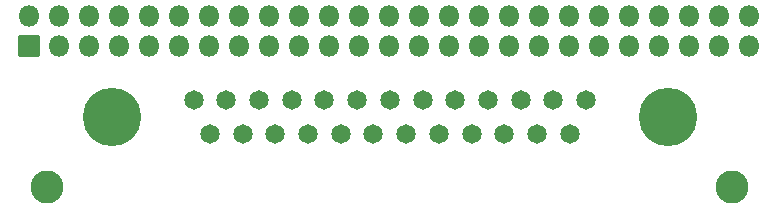
<source format=gbs>
G04 #@! TF.GenerationSoftware,KiCad,Pcbnew,(6.0.5-0)*
G04 #@! TF.CreationDate,2022-09-03T21:03:55-05:00*
G04 #@! TF.ProjectId,daisy_chain_board,64616973-795f-4636-9861-696e5f626f61,rev?*
G04 #@! TF.SameCoordinates,Original*
G04 #@! TF.FileFunction,Soldermask,Bot*
G04 #@! TF.FilePolarity,Negative*
%FSLAX46Y46*%
G04 Gerber Fmt 4.6, Leading zero omitted, Abs format (unit mm)*
G04 Created by KiCad (PCBNEW (6.0.5-0)) date 2022-09-03 21:03:55*
%MOMM*%
%LPD*%
G01*
G04 APERTURE LIST*
G04 Aperture macros list*
%AMRoundRect*
0 Rectangle with rounded corners*
0 $1 Rounding radius*
0 $2 $3 $4 $5 $6 $7 $8 $9 X,Y pos of 4 corners*
0 Add a 4 corners polygon primitive as box body*
4,1,4,$2,$3,$4,$5,$6,$7,$8,$9,$2,$3,0*
0 Add four circle primitives for the rounded corners*
1,1,$1+$1,$2,$3*
1,1,$1+$1,$4,$5*
1,1,$1+$1,$6,$7*
1,1,$1+$1,$8,$9*
0 Add four rect primitives between the rounded corners*
20,1,$1+$1,$2,$3,$4,$5,0*
20,1,$1+$1,$4,$5,$6,$7,0*
20,1,$1+$1,$6,$7,$8,$9,0*
20,1,$1+$1,$8,$9,$2,$3,0*%
G04 Aperture macros list end*
%ADD10RoundRect,0.050000X0.850000X-0.850000X0.850000X0.850000X-0.850000X0.850000X-0.850000X-0.850000X0*%
%ADD11O,1.800000X1.800000*%
%ADD12C,2.800000*%
%ADD13C,1.645000*%
%ADD14C,4.945000*%
G04 APERTURE END LIST*
D10*
X176466500Y-82994500D03*
D11*
X176466500Y-80454500D03*
X179006500Y-82994500D03*
X179006500Y-80454500D03*
X181546500Y-82994500D03*
X181546500Y-80454500D03*
X184086500Y-82994500D03*
X184086500Y-80454500D03*
X186626500Y-82994500D03*
X186626500Y-80454500D03*
X189166500Y-82994500D03*
X189166500Y-80454500D03*
X191706500Y-82994500D03*
X191706500Y-80454500D03*
X194246500Y-82994500D03*
X194246500Y-80454500D03*
X196786500Y-82994500D03*
X196786500Y-80454500D03*
X199326500Y-82994500D03*
X199326500Y-80454500D03*
X201866500Y-82994500D03*
X201866500Y-80454500D03*
X204406500Y-82994500D03*
X204406500Y-80454500D03*
X206946500Y-82994500D03*
X206946500Y-80454500D03*
X209486500Y-82994500D03*
X209486500Y-80454500D03*
X212026500Y-82994500D03*
X212026500Y-80454500D03*
X214566500Y-82994500D03*
X214566500Y-80454500D03*
X217106500Y-82994500D03*
X217106500Y-80454500D03*
X219646500Y-82994500D03*
X219646500Y-80454500D03*
X222186500Y-82994500D03*
X222186500Y-80454500D03*
X224726500Y-82994500D03*
X224726500Y-80454500D03*
X227266500Y-82994500D03*
X227266500Y-80454500D03*
X229806500Y-82994500D03*
X229806500Y-80454500D03*
X232346500Y-82994500D03*
X232346500Y-80454500D03*
X234886500Y-82994500D03*
X234886500Y-80454500D03*
X237426500Y-82994500D03*
X237426500Y-80454500D03*
D12*
X178000000Y-95000000D03*
X236000000Y-95000000D03*
D13*
X223620000Y-87630000D03*
X220850000Y-87630000D03*
X218080000Y-87630000D03*
X215310000Y-87630000D03*
X212540000Y-87630000D03*
X209770000Y-87630000D03*
X207000000Y-87630000D03*
X204230000Y-87630000D03*
X201460000Y-87630000D03*
X198690000Y-87630000D03*
X195920000Y-87630000D03*
X193150000Y-87630000D03*
X190380000Y-87630000D03*
X222235000Y-90470000D03*
X219465000Y-90470000D03*
X216695000Y-90470000D03*
X213925000Y-90470000D03*
X211155000Y-90470000D03*
X208385000Y-90470000D03*
X205615000Y-90470000D03*
X202845000Y-90470000D03*
X200075000Y-90470000D03*
X197305000Y-90470000D03*
X194535000Y-90470000D03*
X191765000Y-90470000D03*
D14*
X230520000Y-89050000D03*
X183480000Y-89050000D03*
M02*

</source>
